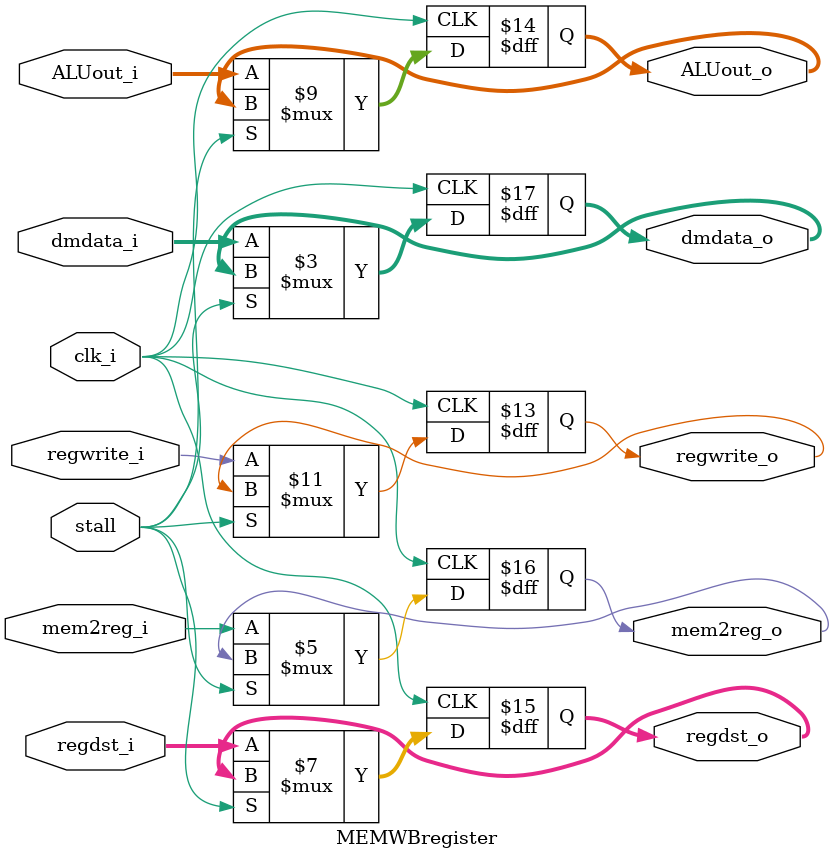
<source format=v>
module IFIDRegister
(
	clk_i,
	pc_i,
	inst_i,
	IFIDwrite,
	IFIDflush,
	stall,
	pc_o,
	inst_o
);
	input clk_i;
	input [31:0] pc_i;
	input [31:0] inst_i;
	input IFIDwrite; // stall
	input stall;
	input IFIDflush; //flush

	output reg [31:0] pc_o;
	output reg [31:0] inst_o;

	always@(posedge clk_i) begin
		if(IFIDwrite && !stall)begin
			if(IFIDflush)begin
				pc_o <= 32'b0;
				inst_o <= 32'b0;
			end
			else begin 
				pc_o <= pc_i;
				inst_o <= inst_i;
			end
		end
	end

endmodule

module IDEXRegister
(
	clk_i,
	regdst_ctrl,
	aluop_ctrl,
	alusrc_ctrl,
	regwrite_ctrl,
	memread_ctrl,
	memwrite_ctrl,
	mem2reg_ctrl,
	rsdata_i,
	rtdata_i,
	immediate_i,
	rsaddr_i,
	rtaddr_i,
	rdaddr_i,
	func_i,
	stall,
	regdst_o,
	aluop_o,
	alusrc_o,
	regwrite_o,
	memread_o,
	memwrite_o,
	mem2reg_o,
	rsdata_o,
	rtdata_o,
	immediate_o,
	rsaddr_o,
	rtaddr_o,
	rdaddr_o,
	func_o
);

	input clk_i;
	input regdst_ctrl;
	input [2:0] aluop_ctrl;
	input alusrc_ctrl;
	input regwrite_ctrl;
	input memread_ctrl;
	input memwrite_ctrl;
	input mem2reg_ctrl;
	input [31:0] rsdata_i;
	input [31:0] rtdata_i;
	input [31:0] immediate_i;
	input [4:0] rsaddr_i;
	input [4:0] rtaddr_i;
	input [4:0] rdaddr_i;
	input [5:0] func_i;
	input stall;

	output reg regdst_o;
	output reg [2:0] aluop_o;
	output reg alusrc_o;
	output reg regwrite_o;
	output reg memread_o;
	output reg memwrite_o;
	output reg mem2reg_o;
	output reg [31:0] rsdata_o;
	output reg [31:0] rtdata_o;
	output reg [31:0] immediate_o;
	output reg [4:0] rsaddr_o;
	output reg [4:0] rtaddr_o;
	output reg [4:0] rdaddr_o;
	output reg [5:0] func_o;

	initial begin
		memread_o <= 1'b0;
		memwrite_o <= 1'b0;
	end

	always@(posedge clk_i) begin	
		if(!stall)begin	
			regdst_o <= regdst_ctrl;
			aluop_o <= aluop_ctrl;
			alusrc_o <= alusrc_ctrl;
			regwrite_o <= regwrite_ctrl;
			memread_o <= memread_ctrl;
			memwrite_o <= memwrite_ctrl;
			mem2reg_o <= mem2reg_ctrl;
			rsdata_o <= rsdata_i;
			rtdata_o <= rtdata_i;
			immediate_o <= immediate_i;
			rsaddr_o <= rsaddr_i;
			rtaddr_o <= rtaddr_i;
			rdaddr_o <= rdaddr_i;
			func_o <= func_i;
		end
	end

endmodule

module EXMEMregister
(
	clk_i,
	regwrite_i,
	ALUout_i,
	regdst_i,
	ALUrtdata_i,
	memread_i,
	memwrite_i,
	mem2reg_i,
	stall,
	regwrite_o,
	ALUout_o,
	regdst_o,
	ALUrtdata_o,
	memread_o,
	memwrite_o,
	mem2reg_o
);

	input clk_i;
	input regwrite_i;
	input [31:0] ALUout_i;
	input [4:0] regdst_i;
	input [31:0] ALUrtdata_i;
	input memread_i, memwrite_i, mem2reg_i;
	input stall;

	output reg regwrite_o;
	output reg [31:0] ALUout_o;
	output reg [4:0] regdst_o;
	output reg [31:0] ALUrtdata_o;
	output reg memread_o, memwrite_o, mem2reg_o;

	initial begin
		memread_o <= 1'b0;
		memwrite_o <= 1'b0;
	end

	always@(posedge clk_i) begin
		if(!stall) begin
			regwrite_o <= regwrite_i;
			ALUout_o <= ALUout_i;
			regdst_o <= regdst_i;
			ALUrtdata_o <= 	ALUrtdata_i;
			memread_o <= memread_i;
			memwrite_o <= memwrite_i;
			mem2reg_o <= mem2reg_i;
		end
	end

endmodule

module MEMWBregister
(
	clk_i,
	regwrite_i,
	ALUout_i,
	regdst_i,
	mem2reg_i,
	dmdata_i,
	stall,
	regwrite_o,
	ALUout_o,
	regdst_o,
	mem2reg_o,
	dmdata_o
);
	input clk_i;
	input regwrite_i;
	input [31:0] ALUout_i;
	input [4:0] regdst_i;
	input mem2reg_i;
	input [31:0] dmdata_i;
	input stall;

	output reg regwrite_o;
	output reg [31:0] ALUout_o;
	output reg [4:0] regdst_o;
	output reg mem2reg_o;
	output reg [31:0] dmdata_o;

	always@(posedge clk_i) begin
		if(!stall) begin
			regwrite_o <= regwrite_i;
			ALUout_o <= ALUout_i;
			regdst_o <= regdst_i;
			mem2reg_o <= mem2reg_i;
			dmdata_o <= dmdata_i;
		end
	end
endmodule
</source>
